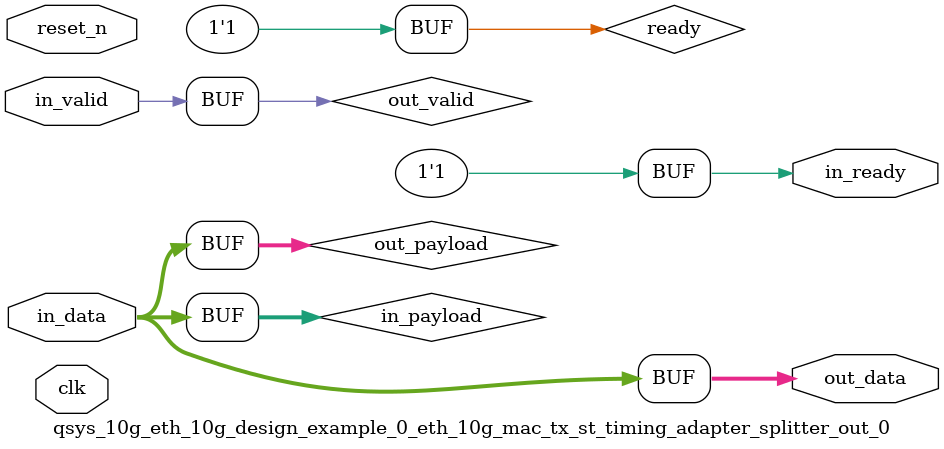
<source format=v>

`timescale 1ns / 100ps
module qsys_10g_eth_10g_design_example_0_eth_10g_mac_tx_st_timing_adapter_splitter_out_0 (
    
      // Interface: clk
      input              clk,
      // Interface: reset
      input              reset_n,
      // Interface: in
      output reg         in_ready,
      input              in_valid,
      input      [71: 0] in_data,
      // Interface: out
      output reg [71: 0] out_data
);




   // ---------------------------------------------------------------------
   //| Signal Declarations
   // ---------------------------------------------------------------------

   reg  [71: 0] in_payload;
   reg  [71: 0] out_payload;
   reg  [ 0: 0] ready;
   reg          out_valid;
   // synthesis translate_off
   always @(negedge out_valid) begin
      $display("%m: The downstream component expects valid data, but the upstream component cannot provide it.");
   end
   // synthesis translate_on


   // ---------------------------------------------------------------------
   //| Payload Mapping
   // ---------------------------------------------------------------------
   always @* begin
     in_payload = {in_data};
     {out_data} = out_payload;
   end

   // ---------------------------------------------------------------------
   //| Ready & valid signals.
   // ---------------------------------------------------------------------
   always @* begin
     ready[0] = 1;
     out_valid = in_valid;
     out_payload = in_payload;
     in_ready = ready[0];
   end




endmodule


</source>
